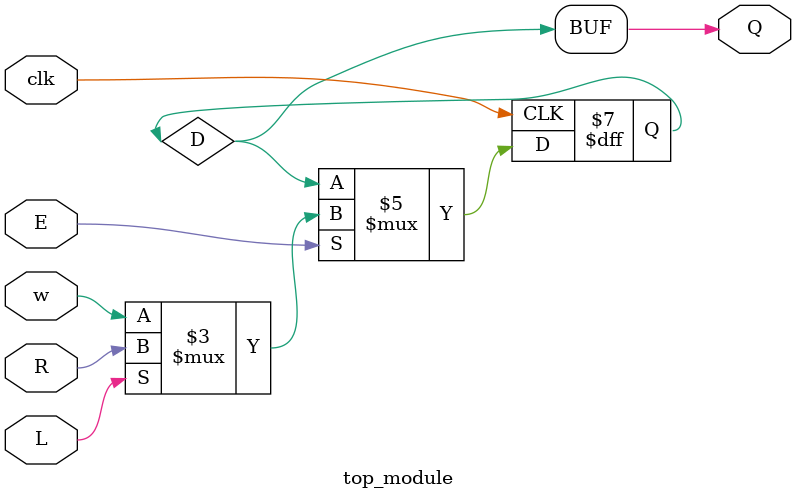
<source format=sv>
module top_module (
	input clk,
	input w,
	input R,
	input E,
	input L,
	output reg Q
);

reg D;

always @ (posedge clk) begin
	if (E) begin
		if (L)
			D <= R;
		else
			D <= w;
	end
end

assign Q = D;

endmodule

</source>
